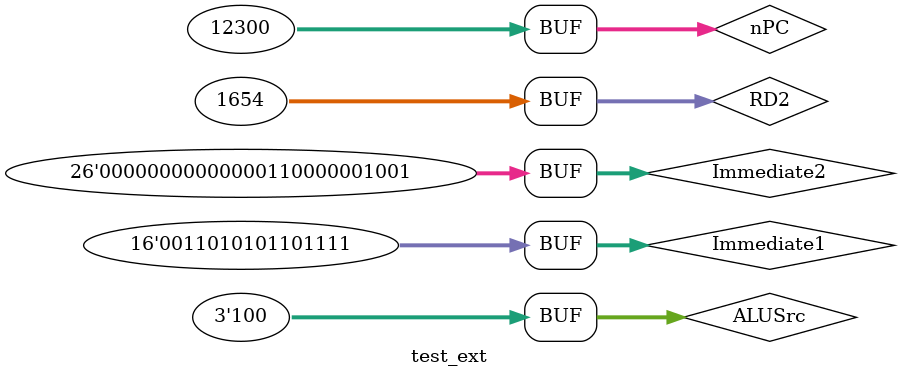
<source format=v>
`timescale 1ns / 1ps


module test_ext;

	// Inputs
	reg [31:0] nPC;
	reg [2:0] ALUSrc;
	reg [31:0] RD2;
	reg [15:0] Immediate1;
	reg [25:0] Immediate2;

	// Outputs
	wire [31:0] SrcB;
	wire [31:0] b_instr;
	wire [31:0] j_instr;

	// Instantiate the Unit Under Test (UUT)
	EXT uut (
		.nPC(nPC), 
		.ALUSrc(ALUSrc), 
		.RD2(RD2), 
		.Immediate1(Immediate1), 
		.Immediate2(Immediate2), 
		.SrcB(SrcB), 
		.b_instr(b_instr), 
		.j_instr(j_instr)
	);

	initial begin
		// Initialize Inputs
		nPC = 32'h0x0000300c;
		ALUSrc = 0;
		RD2 = 1654;
		Immediate1 = 79215;
		Immediate2 = 26'b110000001001;

		// Wait 100 ns for global reset to finish
		#10;
      ALUSrc=1;
		#10;
		ALUSrc=2;
		#10;
		ALUSrc=3;
		#10;
		ALUSrc=4;
	end
      
endmodule


</source>
